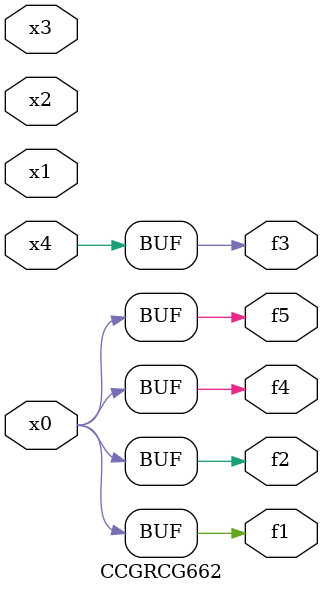
<source format=v>
module CCGRCG662(
	input x0, x1, x2, x3, x4,
	output f1, f2, f3, f4, f5
);
	assign f1 = x0;
	assign f2 = x0;
	assign f3 = x4;
	assign f4 = x0;
	assign f5 = x0;
endmodule

</source>
